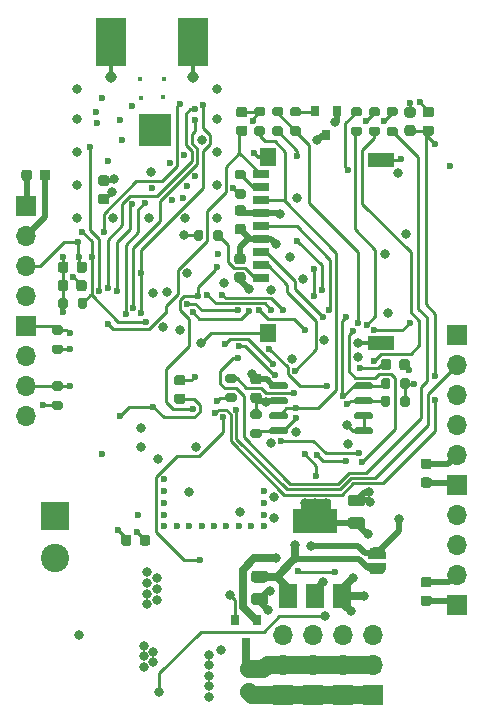
<source format=gbr>
G04 #@! TF.GenerationSoftware,KiCad,Pcbnew,(5.1.7)-1*
G04 #@! TF.CreationDate,2021-03-01T18:39:25+01:00*
G04 #@! TF.ProjectId,Zeggreus,5a656767-7265-4757-932e-6b696361645f,rev?*
G04 #@! TF.SameCoordinates,Original*
G04 #@! TF.FileFunction,Copper,L4,Bot*
G04 #@! TF.FilePolarity,Positive*
%FSLAX46Y46*%
G04 Gerber Fmt 4.6, Leading zero omitted, Abs format (unit mm)*
G04 Created by KiCad (PCBNEW (5.1.7)-1) date 2021-03-01 18:39:25*
%MOMM*%
%LPD*%
G01*
G04 APERTURE LIST*
G04 #@! TA.AperFunction,SMDPad,CuDef*
%ADD10C,0.100000*%
G04 #@! TD*
G04 #@! TA.AperFunction,ComponentPad*
%ADD11O,1.700000X1.700000*%
G04 #@! TD*
G04 #@! TA.AperFunction,ComponentPad*
%ADD12R,1.700000X1.700000*%
G04 #@! TD*
G04 #@! TA.AperFunction,ComponentPad*
%ADD13C,2.400000*%
G04 #@! TD*
G04 #@! TA.AperFunction,ComponentPad*
%ADD14R,2.400000X2.400000*%
G04 #@! TD*
G04 #@! TA.AperFunction,SMDPad,CuDef*
%ADD15R,0.460000X0.890000*%
G04 #@! TD*
G04 #@! TA.AperFunction,ComponentPad*
%ADD16C,0.970000*%
G04 #@! TD*
G04 #@! TA.AperFunction,SMDPad,CuDef*
%ADD17R,2.665000X4.190000*%
G04 #@! TD*
G04 #@! TA.AperFunction,SMDPad,CuDef*
%ADD18R,0.800000X0.900000*%
G04 #@! TD*
G04 #@! TA.AperFunction,SMDPad,CuDef*
%ADD19R,2.700000X2.700000*%
G04 #@! TD*
G04 #@! TA.AperFunction,ComponentPad*
%ADD20C,0.500000*%
G04 #@! TD*
G04 #@! TA.AperFunction,SMDPad,CuDef*
%ADD21R,1.400000X0.700000*%
G04 #@! TD*
G04 #@! TA.AperFunction,SMDPad,CuDef*
%ADD22R,1.400000X1.600000*%
G04 #@! TD*
G04 #@! TA.AperFunction,SMDPad,CuDef*
%ADD23R,2.200000X1.200000*%
G04 #@! TD*
G04 #@! TA.AperFunction,SMDPad,CuDef*
%ADD24R,3.800000X2.000000*%
G04 #@! TD*
G04 #@! TA.AperFunction,SMDPad,CuDef*
%ADD25R,1.500000X2.000000*%
G04 #@! TD*
G04 #@! TA.AperFunction,ViaPad*
%ADD26C,0.800000*%
G04 #@! TD*
G04 #@! TA.AperFunction,ViaPad*
%ADD27C,0.600000*%
G04 #@! TD*
G04 #@! TA.AperFunction,ViaPad*
%ADD28C,0.450000*%
G04 #@! TD*
G04 #@! TA.AperFunction,Conductor*
%ADD29C,0.500000*%
G04 #@! TD*
G04 #@! TA.AperFunction,Conductor*
%ADD30C,1.000000*%
G04 #@! TD*
G04 #@! TA.AperFunction,Conductor*
%ADD31C,0.250000*%
G04 #@! TD*
G04 #@! TA.AperFunction,Conductor*
%ADD32C,1.500000*%
G04 #@! TD*
G04 #@! TA.AperFunction,Conductor*
%ADD33C,0.700000*%
G04 #@! TD*
G04 #@! TA.AperFunction,Conductor*
%ADD34C,0.300000*%
G04 #@! TD*
G04 #@! TA.AperFunction,Conductor*
%ADD35C,0.230000*%
G04 #@! TD*
G04 #@! TA.AperFunction,Conductor*
%ADD36C,0.400000*%
G04 #@! TD*
G04 #@! TA.AperFunction,Conductor*
%ADD37C,0.254000*%
G04 #@! TD*
G04 #@! TA.AperFunction,Conductor*
%ADD38C,0.100000*%
G04 #@! TD*
G04 APERTURE END LIST*
G04 #@! TA.AperFunction,SMDPad,CuDef*
D10*
G36*
X159000000Y-104350000D02*
G01*
X159000000Y-103850000D01*
X159000602Y-103850000D01*
X159000602Y-103825466D01*
X159005412Y-103776635D01*
X159014984Y-103728510D01*
X159029228Y-103681555D01*
X159048005Y-103636222D01*
X159071136Y-103592949D01*
X159098396Y-103552150D01*
X159129524Y-103514221D01*
X159164221Y-103479524D01*
X159202150Y-103448396D01*
X159242949Y-103421136D01*
X159286222Y-103398005D01*
X159331555Y-103379228D01*
X159378510Y-103364984D01*
X159426635Y-103355412D01*
X159475466Y-103350602D01*
X159500000Y-103350602D01*
X159500000Y-103350000D01*
X160000000Y-103350000D01*
X160000000Y-103350602D01*
X160024534Y-103350602D01*
X160073365Y-103355412D01*
X160121490Y-103364984D01*
X160168445Y-103379228D01*
X160213778Y-103398005D01*
X160257051Y-103421136D01*
X160297850Y-103448396D01*
X160335779Y-103479524D01*
X160370476Y-103514221D01*
X160401604Y-103552150D01*
X160428864Y-103592949D01*
X160451995Y-103636222D01*
X160470772Y-103681555D01*
X160485016Y-103728510D01*
X160494588Y-103776635D01*
X160499398Y-103825466D01*
X160499398Y-103850000D01*
X160500000Y-103850000D01*
X160500000Y-104350000D01*
X159000000Y-104350000D01*
G37*
G04 #@! TD.AperFunction*
G04 #@! TA.AperFunction,SMDPad,CuDef*
G36*
X160499398Y-105150000D02*
G01*
X160499398Y-105174534D01*
X160494588Y-105223365D01*
X160485016Y-105271490D01*
X160470772Y-105318445D01*
X160451995Y-105363778D01*
X160428864Y-105407051D01*
X160401604Y-105447850D01*
X160370476Y-105485779D01*
X160335779Y-105520476D01*
X160297850Y-105551604D01*
X160257051Y-105578864D01*
X160213778Y-105601995D01*
X160168445Y-105620772D01*
X160121490Y-105635016D01*
X160073365Y-105644588D01*
X160024534Y-105649398D01*
X160000000Y-105649398D01*
X160000000Y-105650000D01*
X159500000Y-105650000D01*
X159500000Y-105649398D01*
X159475466Y-105649398D01*
X159426635Y-105644588D01*
X159378510Y-105635016D01*
X159331555Y-105620772D01*
X159286222Y-105601995D01*
X159242949Y-105578864D01*
X159202150Y-105551604D01*
X159164221Y-105520476D01*
X159129524Y-105485779D01*
X159098396Y-105447850D01*
X159071136Y-105407051D01*
X159048005Y-105363778D01*
X159029228Y-105318445D01*
X159014984Y-105271490D01*
X159005412Y-105223365D01*
X159000602Y-105174534D01*
X159000602Y-105150000D01*
X159000000Y-105150000D01*
X159000000Y-104650000D01*
X160500000Y-104650000D01*
X160500000Y-105150000D01*
X160499398Y-105150000D01*
G37*
G04 #@! TD.AperFunction*
G04 #@! TA.AperFunction,SMDPad,CuDef*
G36*
G01*
X132425000Y-90950000D02*
X132975000Y-90950000D01*
G75*
G02*
X133175000Y-91150000I0J-200000D01*
G01*
X133175000Y-91550000D01*
G75*
G02*
X132975000Y-91750000I-200000J0D01*
G01*
X132425000Y-91750000D01*
G75*
G02*
X132225000Y-91550000I0J200000D01*
G01*
X132225000Y-91150000D01*
G75*
G02*
X132425000Y-90950000I200000J0D01*
G01*
G37*
G04 #@! TD.AperFunction*
G04 #@! TA.AperFunction,SMDPad,CuDef*
G36*
G01*
X132425000Y-89300000D02*
X132975000Y-89300000D01*
G75*
G02*
X133175000Y-89500000I0J-200000D01*
G01*
X133175000Y-89900000D01*
G75*
G02*
X132975000Y-90100000I-200000J0D01*
G01*
X132425000Y-90100000D01*
G75*
G02*
X132225000Y-89900000I0J200000D01*
G01*
X132225000Y-89500000D01*
G75*
G02*
X132425000Y-89300000I200000J0D01*
G01*
G37*
G04 #@! TD.AperFunction*
D11*
X130050000Y-92260000D03*
X130050000Y-89720000D03*
X130050000Y-87180000D03*
D12*
X130050000Y-84640000D03*
G04 #@! TA.AperFunction,SMDPad,CuDef*
G36*
G01*
X132425000Y-86200000D02*
X132975000Y-86200000D01*
G75*
G02*
X133175000Y-86400000I0J-200000D01*
G01*
X133175000Y-86800000D01*
G75*
G02*
X132975000Y-87000000I-200000J0D01*
G01*
X132425000Y-87000000D01*
G75*
G02*
X132225000Y-86800000I0J200000D01*
G01*
X132225000Y-86400000D01*
G75*
G02*
X132425000Y-86200000I200000J0D01*
G01*
G37*
G04 #@! TD.AperFunction*
G04 #@! TA.AperFunction,SMDPad,CuDef*
G36*
G01*
X132425000Y-84550000D02*
X132975000Y-84550000D01*
G75*
G02*
X133175000Y-84750000I0J-200000D01*
G01*
X133175000Y-85150000D01*
G75*
G02*
X132975000Y-85350000I-200000J0D01*
G01*
X132425000Y-85350000D01*
G75*
G02*
X132225000Y-85150000I0J200000D01*
G01*
X132225000Y-84750000D01*
G75*
G02*
X132425000Y-84550000I200000J0D01*
G01*
G37*
G04 #@! TD.AperFunction*
D13*
X132500000Y-104250000D03*
D14*
X132500000Y-100750000D03*
G04 #@! TA.AperFunction,SMDPad,CuDef*
G36*
G01*
X152575000Y-67725000D02*
X153125000Y-67725000D01*
G75*
G02*
X153325000Y-67925000I0J-200000D01*
G01*
X153325000Y-68325000D01*
G75*
G02*
X153125000Y-68525000I-200000J0D01*
G01*
X152575000Y-68525000D01*
G75*
G02*
X152375000Y-68325000I0J200000D01*
G01*
X152375000Y-67925000D01*
G75*
G02*
X152575000Y-67725000I200000J0D01*
G01*
G37*
G04 #@! TD.AperFunction*
G04 #@! TA.AperFunction,SMDPad,CuDef*
G36*
G01*
X152575000Y-66075000D02*
X153125000Y-66075000D01*
G75*
G02*
X153325000Y-66275000I0J-200000D01*
G01*
X153325000Y-66675000D01*
G75*
G02*
X153125000Y-66875000I-200000J0D01*
G01*
X152575000Y-66875000D01*
G75*
G02*
X152375000Y-66675000I0J200000D01*
G01*
X152375000Y-66275000D01*
G75*
G02*
X152575000Y-66075000I200000J0D01*
G01*
G37*
G04 #@! TD.AperFunction*
D12*
X166516000Y-85392000D03*
G04 #@! TA.AperFunction,SMDPad,CuDef*
G36*
G01*
X131200000Y-72100000D02*
X131200000Y-71600000D01*
G75*
G02*
X131425000Y-71375000I225000J0D01*
G01*
X131875000Y-71375000D01*
G75*
G02*
X132100000Y-71600000I0J-225000D01*
G01*
X132100000Y-72100000D01*
G75*
G02*
X131875000Y-72325000I-225000J0D01*
G01*
X131425000Y-72325000D01*
G75*
G02*
X131200000Y-72100000I0J225000D01*
G01*
G37*
G04 #@! TD.AperFunction*
G04 #@! TA.AperFunction,SMDPad,CuDef*
G36*
G01*
X129650000Y-72100000D02*
X129650000Y-71600000D01*
G75*
G02*
X129875000Y-71375000I225000J0D01*
G01*
X130325000Y-71375000D01*
G75*
G02*
X130550000Y-71600000I0J-225000D01*
G01*
X130550000Y-72100000D01*
G75*
G02*
X130325000Y-72325000I-225000J0D01*
G01*
X129875000Y-72325000D01*
G75*
G02*
X129650000Y-72100000I0J225000D01*
G01*
G37*
G04 #@! TD.AperFunction*
G04 #@! TA.AperFunction,SMDPad,CuDef*
G36*
G01*
X162300000Y-67625000D02*
X162800000Y-67625000D01*
G75*
G02*
X163025000Y-67850000I0J-225000D01*
G01*
X163025000Y-68300000D01*
G75*
G02*
X162800000Y-68525000I-225000J0D01*
G01*
X162300000Y-68525000D01*
G75*
G02*
X162075000Y-68300000I0J225000D01*
G01*
X162075000Y-67850000D01*
G75*
G02*
X162300000Y-67625000I225000J0D01*
G01*
G37*
G04 #@! TD.AperFunction*
G04 #@! TA.AperFunction,SMDPad,CuDef*
G36*
G01*
X162300000Y-66075000D02*
X162800000Y-66075000D01*
G75*
G02*
X163025000Y-66300000I0J-225000D01*
G01*
X163025000Y-66750000D01*
G75*
G02*
X162800000Y-66975000I-225000J0D01*
G01*
X162300000Y-66975000D01*
G75*
G02*
X162075000Y-66750000I0J225000D01*
G01*
X162075000Y-66300000D01*
G75*
G02*
X162300000Y-66075000I225000J0D01*
G01*
G37*
G04 #@! TD.AperFunction*
D15*
X144180136Y-63082000D03*
D16*
X144180136Y-63527000D03*
D17*
X137195136Y-60542000D03*
X144180136Y-60542000D03*
D16*
X137195136Y-63527000D03*
D15*
X137195136Y-63082000D03*
D11*
X130050000Y-82100000D03*
X130050000Y-79560000D03*
X130050000Y-77020000D03*
D12*
X130050000Y-74480000D03*
G04 #@! TA.AperFunction,SMDPad,CuDef*
G36*
G01*
X136866000Y-72767000D02*
X136366000Y-72767000D01*
G75*
G02*
X136141000Y-72542000I0J225000D01*
G01*
X136141000Y-72092000D01*
G75*
G02*
X136366000Y-71867000I225000J0D01*
G01*
X136866000Y-71867000D01*
G75*
G02*
X137091000Y-72092000I0J-225000D01*
G01*
X137091000Y-72542000D01*
G75*
G02*
X136866000Y-72767000I-225000J0D01*
G01*
G37*
G04 #@! TD.AperFunction*
G04 #@! TA.AperFunction,SMDPad,CuDef*
G36*
G01*
X136866000Y-74317000D02*
X136366000Y-74317000D01*
G75*
G02*
X136141000Y-74092000I0J225000D01*
G01*
X136141000Y-73642000D01*
G75*
G02*
X136366000Y-73417000I225000J0D01*
G01*
X136866000Y-73417000D01*
G75*
G02*
X137091000Y-73642000I0J-225000D01*
G01*
X137091000Y-74092000D01*
G75*
G02*
X136866000Y-74317000I-225000J0D01*
G01*
G37*
G04 #@! TD.AperFunction*
G04 #@! TA.AperFunction,SMDPad,CuDef*
G36*
G01*
X133575000Y-82425000D02*
X133575000Y-82975000D01*
G75*
G02*
X133375000Y-83175000I-200000J0D01*
G01*
X132975000Y-83175000D01*
G75*
G02*
X132775000Y-82975000I0J200000D01*
G01*
X132775000Y-82425000D01*
G75*
G02*
X132975000Y-82225000I200000J0D01*
G01*
X133375000Y-82225000D01*
G75*
G02*
X133575000Y-82425000I0J-200000D01*
G01*
G37*
G04 #@! TD.AperFunction*
G04 #@! TA.AperFunction,SMDPad,CuDef*
G36*
G01*
X135225000Y-82425000D02*
X135225000Y-82975000D01*
G75*
G02*
X135025000Y-83175000I-200000J0D01*
G01*
X134625000Y-83175000D01*
G75*
G02*
X134425000Y-82975000I0J200000D01*
G01*
X134425000Y-82425000D01*
G75*
G02*
X134625000Y-82225000I200000J0D01*
G01*
X135025000Y-82225000D01*
G75*
G02*
X135225000Y-82425000I0J-200000D01*
G01*
G37*
G04 #@! TD.AperFunction*
G04 #@! TA.AperFunction,SMDPad,CuDef*
G36*
G01*
X151625000Y-66875000D02*
X151075000Y-66875000D01*
G75*
G02*
X150875000Y-66675000I0J200000D01*
G01*
X150875000Y-66275000D01*
G75*
G02*
X151075000Y-66075000I200000J0D01*
G01*
X151625000Y-66075000D01*
G75*
G02*
X151825000Y-66275000I0J-200000D01*
G01*
X151825000Y-66675000D01*
G75*
G02*
X151625000Y-66875000I-200000J0D01*
G01*
G37*
G04 #@! TD.AperFunction*
G04 #@! TA.AperFunction,SMDPad,CuDef*
G36*
G01*
X151625000Y-68525000D02*
X151075000Y-68525000D01*
G75*
G02*
X150875000Y-68325000I0J200000D01*
G01*
X150875000Y-67925000D01*
G75*
G02*
X151075000Y-67725000I200000J0D01*
G01*
X151625000Y-67725000D01*
G75*
G02*
X151825000Y-67925000I0J-200000D01*
G01*
X151825000Y-68325000D01*
G75*
G02*
X151625000Y-68525000I-200000J0D01*
G01*
G37*
G04 #@! TD.AperFunction*
D18*
X148666000Y-111492000D03*
X149616000Y-109492000D03*
X147716000Y-109492000D03*
G04 #@! TA.AperFunction,SMDPad,CuDef*
G36*
G01*
X150291000Y-106342000D02*
X149341000Y-106342000D01*
G75*
G02*
X149091000Y-106092000I0J250000D01*
G01*
X149091000Y-105592000D01*
G75*
G02*
X149341000Y-105342000I250000J0D01*
G01*
X150291000Y-105342000D01*
G75*
G02*
X150541000Y-105592000I0J-250000D01*
G01*
X150541000Y-106092000D01*
G75*
G02*
X150291000Y-106342000I-250000J0D01*
G01*
G37*
G04 #@! TD.AperFunction*
G04 #@! TA.AperFunction,SMDPad,CuDef*
G36*
G01*
X150291000Y-108242000D02*
X149341000Y-108242000D01*
G75*
G02*
X149091000Y-107992000I0J250000D01*
G01*
X149091000Y-107492000D01*
G75*
G02*
X149341000Y-107242000I250000J0D01*
G01*
X150291000Y-107242000D01*
G75*
G02*
X150541000Y-107492000I0J-250000D01*
G01*
X150541000Y-107992000D01*
G75*
G02*
X150291000Y-108242000I-250000J0D01*
G01*
G37*
G04 #@! TD.AperFunction*
G04 #@! TA.AperFunction,SMDPad,CuDef*
G36*
G01*
X145900000Y-77225000D02*
X145900000Y-76675000D01*
G75*
G02*
X146100000Y-76475000I200000J0D01*
G01*
X146500000Y-76475000D01*
G75*
G02*
X146700000Y-76675000I0J-200000D01*
G01*
X146700000Y-77225000D01*
G75*
G02*
X146500000Y-77425000I-200000J0D01*
G01*
X146100000Y-77425000D01*
G75*
G02*
X145900000Y-77225000I0J200000D01*
G01*
G37*
G04 #@! TD.AperFunction*
G04 #@! TA.AperFunction,SMDPad,CuDef*
G36*
G01*
X144250000Y-77225000D02*
X144250000Y-76675000D01*
G75*
G02*
X144450000Y-76475000I200000J0D01*
G01*
X144850000Y-76475000D01*
G75*
G02*
X145050000Y-76675000I0J-200000D01*
G01*
X145050000Y-77225000D01*
G75*
G02*
X144850000Y-77425000I-200000J0D01*
G01*
X144450000Y-77425000D01*
G75*
G02*
X144250000Y-77225000I0J200000D01*
G01*
G37*
G04 #@! TD.AperFunction*
G04 #@! TA.AperFunction,SMDPad,CuDef*
G36*
G01*
X147891000Y-73042000D02*
X148441000Y-73042000D01*
G75*
G02*
X148641000Y-73242000I0J-200000D01*
G01*
X148641000Y-73642000D01*
G75*
G02*
X148441000Y-73842000I-200000J0D01*
G01*
X147891000Y-73842000D01*
G75*
G02*
X147691000Y-73642000I0J200000D01*
G01*
X147691000Y-73242000D01*
G75*
G02*
X147891000Y-73042000I200000J0D01*
G01*
G37*
G04 #@! TD.AperFunction*
G04 #@! TA.AperFunction,SMDPad,CuDef*
G36*
G01*
X147891000Y-71392000D02*
X148441000Y-71392000D01*
G75*
G02*
X148641000Y-71592000I0J-200000D01*
G01*
X148641000Y-71992000D01*
G75*
G02*
X148441000Y-72192000I-200000J0D01*
G01*
X147891000Y-72192000D01*
G75*
G02*
X147691000Y-71992000I0J200000D01*
G01*
X147691000Y-71592000D01*
G75*
G02*
X147891000Y-71392000I200000J0D01*
G01*
G37*
G04 #@! TD.AperFunction*
G04 #@! TA.AperFunction,SMDPad,CuDef*
G36*
G01*
X147675000Y-89450000D02*
X147125000Y-89450000D01*
G75*
G02*
X146925000Y-89250000I0J200000D01*
G01*
X146925000Y-88850000D01*
G75*
G02*
X147125000Y-88650000I200000J0D01*
G01*
X147675000Y-88650000D01*
G75*
G02*
X147875000Y-88850000I0J-200000D01*
G01*
X147875000Y-89250000D01*
G75*
G02*
X147675000Y-89450000I-200000J0D01*
G01*
G37*
G04 #@! TD.AperFunction*
G04 #@! TA.AperFunction,SMDPad,CuDef*
G36*
G01*
X147675000Y-91100000D02*
X147125000Y-91100000D01*
G75*
G02*
X146925000Y-90900000I0J200000D01*
G01*
X146925000Y-90500000D01*
G75*
G02*
X147125000Y-90300000I200000J0D01*
G01*
X147675000Y-90300000D01*
G75*
G02*
X147875000Y-90500000I0J-200000D01*
G01*
X147875000Y-90900000D01*
G75*
G02*
X147675000Y-91100000I-200000J0D01*
G01*
G37*
G04 #@! TD.AperFunction*
G04 #@! TA.AperFunction,SMDPad,CuDef*
G36*
G01*
X150100000Y-66875000D02*
X149550000Y-66875000D01*
G75*
G02*
X149350000Y-66675000I0J200000D01*
G01*
X149350000Y-66275000D01*
G75*
G02*
X149550000Y-66075000I200000J0D01*
G01*
X150100000Y-66075000D01*
G75*
G02*
X150300000Y-66275000I0J-200000D01*
G01*
X150300000Y-66675000D01*
G75*
G02*
X150100000Y-66875000I-200000J0D01*
G01*
G37*
G04 #@! TD.AperFunction*
G04 #@! TA.AperFunction,SMDPad,CuDef*
G36*
G01*
X150100000Y-68525000D02*
X149550000Y-68525000D01*
G75*
G02*
X149350000Y-68325000I0J200000D01*
G01*
X149350000Y-67925000D01*
G75*
G02*
X149550000Y-67725000I200000J0D01*
G01*
X150100000Y-67725000D01*
G75*
G02*
X150300000Y-67925000I0J-200000D01*
G01*
X150300000Y-68325000D01*
G75*
G02*
X150100000Y-68525000I-200000J0D01*
G01*
G37*
G04 #@! TD.AperFunction*
G04 #@! TA.AperFunction,SMDPad,CuDef*
G36*
G01*
X160891000Y-89217000D02*
X160891000Y-89767000D01*
G75*
G02*
X160691000Y-89967000I-200000J0D01*
G01*
X160291000Y-89967000D01*
G75*
G02*
X160091000Y-89767000I0J200000D01*
G01*
X160091000Y-89217000D01*
G75*
G02*
X160291000Y-89017000I200000J0D01*
G01*
X160691000Y-89017000D01*
G75*
G02*
X160891000Y-89217000I0J-200000D01*
G01*
G37*
G04 #@! TD.AperFunction*
G04 #@! TA.AperFunction,SMDPad,CuDef*
G36*
G01*
X162541000Y-89217000D02*
X162541000Y-89767000D01*
G75*
G02*
X162341000Y-89967000I-200000J0D01*
G01*
X161941000Y-89967000D01*
G75*
G02*
X161741000Y-89767000I0J200000D01*
G01*
X161741000Y-89217000D01*
G75*
G02*
X161941000Y-89017000I200000J0D01*
G01*
X162341000Y-89017000D01*
G75*
G02*
X162541000Y-89217000I0J-200000D01*
G01*
G37*
G04 #@! TD.AperFunction*
G04 #@! TA.AperFunction,SMDPad,CuDef*
G36*
G01*
X160891000Y-90717000D02*
X160891000Y-91267000D01*
G75*
G02*
X160691000Y-91467000I-200000J0D01*
G01*
X160291000Y-91467000D01*
G75*
G02*
X160091000Y-91267000I0J200000D01*
G01*
X160091000Y-90717000D01*
G75*
G02*
X160291000Y-90517000I200000J0D01*
G01*
X160691000Y-90517000D01*
G75*
G02*
X160891000Y-90717000I0J-200000D01*
G01*
G37*
G04 #@! TD.AperFunction*
G04 #@! TA.AperFunction,SMDPad,CuDef*
G36*
G01*
X162541000Y-90717000D02*
X162541000Y-91267000D01*
G75*
G02*
X162341000Y-91467000I-200000J0D01*
G01*
X161941000Y-91467000D01*
G75*
G02*
X161741000Y-91267000I0J200000D01*
G01*
X161741000Y-90717000D01*
G75*
G02*
X161941000Y-90517000I200000J0D01*
G01*
X162341000Y-90517000D01*
G75*
G02*
X162541000Y-90717000I0J-200000D01*
G01*
G37*
G04 #@! TD.AperFunction*
G04 #@! TA.AperFunction,SMDPad,CuDef*
G36*
G01*
X149791000Y-94142000D02*
X149241000Y-94142000D01*
G75*
G02*
X149041000Y-93942000I0J200000D01*
G01*
X149041000Y-93542000D01*
G75*
G02*
X149241000Y-93342000I200000J0D01*
G01*
X149791000Y-93342000D01*
G75*
G02*
X149991000Y-93542000I0J-200000D01*
G01*
X149991000Y-93942000D01*
G75*
G02*
X149791000Y-94142000I-200000J0D01*
G01*
G37*
G04 #@! TD.AperFunction*
G04 #@! TA.AperFunction,SMDPad,CuDef*
G36*
G01*
X149791000Y-92492000D02*
X149241000Y-92492000D01*
G75*
G02*
X149041000Y-92292000I0J200000D01*
G01*
X149041000Y-91892000D01*
G75*
G02*
X149241000Y-91692000I200000J0D01*
G01*
X149791000Y-91692000D01*
G75*
G02*
X149991000Y-91892000I0J-200000D01*
G01*
X149991000Y-92292000D01*
G75*
G02*
X149791000Y-92492000I-200000J0D01*
G01*
G37*
G04 #@! TD.AperFunction*
D19*
X140936000Y-68022000D03*
D20*
X142036000Y-69122000D03*
X140936000Y-69122000D03*
X139836000Y-69122000D03*
X142036000Y-68022000D03*
X140936000Y-68022000D03*
X139836000Y-68022000D03*
X142036000Y-66922000D03*
X140936000Y-66922000D03*
X139836000Y-66922000D03*
D11*
X166516000Y-100592000D03*
X166516000Y-103132000D03*
X166516000Y-105672000D03*
D12*
X166516000Y-108212000D03*
D11*
X166516000Y-87932000D03*
X166516000Y-90472000D03*
X166516000Y-93012000D03*
X166516000Y-95552000D03*
D12*
X166516000Y-98092000D03*
G04 #@! TA.AperFunction,SMDPad,CuDef*
G36*
G01*
X148441000Y-115092000D02*
X149391000Y-115092000D01*
G75*
G02*
X149641000Y-115342000I0J-250000D01*
G01*
X149641000Y-115842000D01*
G75*
G02*
X149391000Y-116092000I-250000J0D01*
G01*
X148441000Y-116092000D01*
G75*
G02*
X148191000Y-115842000I0J250000D01*
G01*
X148191000Y-115342000D01*
G75*
G02*
X148441000Y-115092000I250000J0D01*
G01*
G37*
G04 #@! TD.AperFunction*
G04 #@! TA.AperFunction,SMDPad,CuDef*
G36*
G01*
X148441000Y-113192000D02*
X149391000Y-113192000D01*
G75*
G02*
X149641000Y-113442000I0J-250000D01*
G01*
X149641000Y-113942000D01*
G75*
G02*
X149391000Y-114192000I-250000J0D01*
G01*
X148441000Y-114192000D01*
G75*
G02*
X148191000Y-113942000I0J250000D01*
G01*
X148191000Y-113442000D01*
G75*
G02*
X148441000Y-113192000I250000J0D01*
G01*
G37*
G04 #@! TD.AperFunction*
G04 #@! TA.AperFunction,SMDPad,CuDef*
G36*
G01*
X158491000Y-99892000D02*
X157541000Y-99892000D01*
G75*
G02*
X157291000Y-99642000I0J250000D01*
G01*
X157291000Y-99142000D01*
G75*
G02*
X157541000Y-98892000I250000J0D01*
G01*
X158491000Y-98892000D01*
G75*
G02*
X158741000Y-99142000I0J-250000D01*
G01*
X158741000Y-99642000D01*
G75*
G02*
X158491000Y-99892000I-250000J0D01*
G01*
G37*
G04 #@! TD.AperFunction*
G04 #@! TA.AperFunction,SMDPad,CuDef*
G36*
G01*
X158491000Y-101792000D02*
X157541000Y-101792000D01*
G75*
G02*
X157291000Y-101542000I0J250000D01*
G01*
X157291000Y-101042000D01*
G75*
G02*
X157541000Y-100792000I250000J0D01*
G01*
X158491000Y-100792000D01*
G75*
G02*
X158741000Y-101042000I0J-250000D01*
G01*
X158741000Y-101542000D01*
G75*
G02*
X158491000Y-101792000I-250000J0D01*
G01*
G37*
G04 #@! TD.AperFunction*
G04 #@! TA.AperFunction,SMDPad,CuDef*
G36*
G01*
X157759000Y-67733000D02*
X158309000Y-67733000D01*
G75*
G02*
X158509000Y-67933000I0J-200000D01*
G01*
X158509000Y-68333000D01*
G75*
G02*
X158309000Y-68533000I-200000J0D01*
G01*
X157759000Y-68533000D01*
G75*
G02*
X157559000Y-68333000I0J200000D01*
G01*
X157559000Y-67933000D01*
G75*
G02*
X157759000Y-67733000I200000J0D01*
G01*
G37*
G04 #@! TD.AperFunction*
G04 #@! TA.AperFunction,SMDPad,CuDef*
G36*
G01*
X157759000Y-66083000D02*
X158309000Y-66083000D01*
G75*
G02*
X158509000Y-66283000I0J-200000D01*
G01*
X158509000Y-66683000D01*
G75*
G02*
X158309000Y-66883000I-200000J0D01*
G01*
X157759000Y-66883000D01*
G75*
G02*
X157559000Y-66683000I0J200000D01*
G01*
X157559000Y-66283000D01*
G75*
G02*
X157759000Y-66083000I200000J0D01*
G01*
G37*
G04 #@! TD.AperFunction*
G04 #@! TA.AperFunction,SMDPad,CuDef*
G36*
G01*
X159259000Y-67733000D02*
X159809000Y-67733000D01*
G75*
G02*
X160009000Y-67933000I0J-200000D01*
G01*
X160009000Y-68333000D01*
G75*
G02*
X159809000Y-68533000I-200000J0D01*
G01*
X159259000Y-68533000D01*
G75*
G02*
X159059000Y-68333000I0J200000D01*
G01*
X159059000Y-67933000D01*
G75*
G02*
X159259000Y-67733000I200000J0D01*
G01*
G37*
G04 #@! TD.AperFunction*
G04 #@! TA.AperFunction,SMDPad,CuDef*
G36*
G01*
X159259000Y-66083000D02*
X159809000Y-66083000D01*
G75*
G02*
X160009000Y-66283000I0J-200000D01*
G01*
X160009000Y-66683000D01*
G75*
G02*
X159809000Y-66883000I-200000J0D01*
G01*
X159259000Y-66883000D01*
G75*
G02*
X159059000Y-66683000I0J200000D01*
G01*
X159059000Y-66283000D01*
G75*
G02*
X159259000Y-66083000I200000J0D01*
G01*
G37*
G04 #@! TD.AperFunction*
G04 #@! TA.AperFunction,SMDPad,CuDef*
G36*
G01*
X160759000Y-67733000D02*
X161309000Y-67733000D01*
G75*
G02*
X161509000Y-67933000I0J-200000D01*
G01*
X161509000Y-68333000D01*
G75*
G02*
X161309000Y-68533000I-200000J0D01*
G01*
X160759000Y-68533000D01*
G75*
G02*
X160559000Y-68333000I0J200000D01*
G01*
X160559000Y-67933000D01*
G75*
G02*
X160759000Y-67733000I200000J0D01*
G01*
G37*
G04 #@! TD.AperFunction*
G04 #@! TA.AperFunction,SMDPad,CuDef*
G36*
G01*
X160759000Y-66083000D02*
X161309000Y-66083000D01*
G75*
G02*
X161509000Y-66283000I0J-200000D01*
G01*
X161509000Y-66683000D01*
G75*
G02*
X161309000Y-66883000I-200000J0D01*
G01*
X160759000Y-66883000D01*
G75*
G02*
X160559000Y-66683000I0J200000D01*
G01*
X160559000Y-66283000D01*
G75*
G02*
X160759000Y-66083000I200000J0D01*
G01*
G37*
G04 #@! TD.AperFunction*
D18*
X155450000Y-68450000D03*
X156400000Y-66450000D03*
X154500000Y-66450000D03*
G04 #@! TA.AperFunction,SMDPad,CuDef*
G36*
G01*
X148400000Y-79400000D02*
X147900000Y-79400000D01*
G75*
G02*
X147675000Y-79175000I0J225000D01*
G01*
X147675000Y-78725000D01*
G75*
G02*
X147900000Y-78500000I225000J0D01*
G01*
X148400000Y-78500000D01*
G75*
G02*
X148625000Y-78725000I0J-225000D01*
G01*
X148625000Y-79175000D01*
G75*
G02*
X148400000Y-79400000I-225000J0D01*
G01*
G37*
G04 #@! TD.AperFunction*
G04 #@! TA.AperFunction,SMDPad,CuDef*
G36*
G01*
X148400000Y-80950000D02*
X147900000Y-80950000D01*
G75*
G02*
X147675000Y-80725000I0J225000D01*
G01*
X147675000Y-80275000D01*
G75*
G02*
X147900000Y-80050000I225000J0D01*
G01*
X148400000Y-80050000D01*
G75*
G02*
X148625000Y-80275000I0J-225000D01*
G01*
X148625000Y-80725000D01*
G75*
G02*
X148400000Y-80950000I-225000J0D01*
G01*
G37*
G04 #@! TD.AperFunction*
G04 #@! TA.AperFunction,SMDPad,CuDef*
G36*
G01*
X148556250Y-66950000D02*
X148043750Y-66950000D01*
G75*
G02*
X147825000Y-66731250I0J218750D01*
G01*
X147825000Y-66293750D01*
G75*
G02*
X148043750Y-66075000I218750J0D01*
G01*
X148556250Y-66075000D01*
G75*
G02*
X148775000Y-66293750I0J-218750D01*
G01*
X148775000Y-66731250D01*
G75*
G02*
X148556250Y-66950000I-218750J0D01*
G01*
G37*
G04 #@! TD.AperFunction*
G04 #@! TA.AperFunction,SMDPad,CuDef*
G36*
G01*
X148556250Y-68525000D02*
X148043750Y-68525000D01*
G75*
G02*
X147825000Y-68306250I0J218750D01*
G01*
X147825000Y-67868750D01*
G75*
G02*
X148043750Y-67650000I218750J0D01*
G01*
X148556250Y-67650000D01*
G75*
G02*
X148775000Y-67868750I0J-218750D01*
G01*
X148775000Y-68306250D01*
G75*
G02*
X148556250Y-68525000I-218750J0D01*
G01*
G37*
G04 #@! TD.AperFunction*
D21*
X149916000Y-72892000D03*
X149916000Y-73992000D03*
X149916000Y-75092000D03*
X149916000Y-76192000D03*
X149916000Y-77292000D03*
X149916000Y-78392000D03*
X149916000Y-71792000D03*
X149916000Y-79492000D03*
D22*
X150516000Y-70342000D03*
D23*
X160116000Y-70592000D03*
X160116000Y-86092000D03*
D22*
X150516000Y-85192000D03*
D21*
X149916000Y-80592000D03*
G04 #@! TA.AperFunction,SMDPad,CuDef*
G36*
G01*
X147909750Y-75979500D02*
X148422250Y-75979500D01*
G75*
G02*
X148641000Y-76198250I0J-218750D01*
G01*
X148641000Y-76635750D01*
G75*
G02*
X148422250Y-76854500I-218750J0D01*
G01*
X147909750Y-76854500D01*
G75*
G02*
X147691000Y-76635750I0J218750D01*
G01*
X147691000Y-76198250D01*
G75*
G02*
X147909750Y-75979500I218750J0D01*
G01*
G37*
G04 #@! TD.AperFunction*
G04 #@! TA.AperFunction,SMDPad,CuDef*
G36*
G01*
X147909750Y-74404500D02*
X148422250Y-74404500D01*
G75*
G02*
X148641000Y-74623250I0J-218750D01*
G01*
X148641000Y-75060750D01*
G75*
G02*
X148422250Y-75279500I-218750J0D01*
G01*
X147909750Y-75279500D01*
G75*
G02*
X147691000Y-75060750I0J218750D01*
G01*
X147691000Y-74623250D01*
G75*
G02*
X147909750Y-74404500I218750J0D01*
G01*
G37*
G04 #@! TD.AperFunction*
G04 #@! TA.AperFunction,SMDPad,CuDef*
G36*
G01*
X157816000Y-93647000D02*
X157816000Y-93347000D01*
G75*
G02*
X157966000Y-93197000I150000J0D01*
G01*
X159266000Y-93197000D01*
G75*
G02*
X159416000Y-93347000I0J-150000D01*
G01*
X159416000Y-93647000D01*
G75*
G02*
X159266000Y-93797000I-150000J0D01*
G01*
X157966000Y-93797000D01*
G75*
G02*
X157816000Y-93647000I0J150000D01*
G01*
G37*
G04 #@! TD.AperFunction*
G04 #@! TA.AperFunction,SMDPad,CuDef*
G36*
G01*
X157816000Y-92377000D02*
X157816000Y-92077000D01*
G75*
G02*
X157966000Y-91927000I150000J0D01*
G01*
X159266000Y-91927000D01*
G75*
G02*
X159416000Y-92077000I0J-150000D01*
G01*
X159416000Y-92377000D01*
G75*
G02*
X159266000Y-92527000I-150000J0D01*
G01*
X157966000Y-92527000D01*
G75*
G02*
X157816000Y-92377000I0J150000D01*
G01*
G37*
G04 #@! TD.AperFunction*
G04 #@! TA.AperFunction,SMDPad,CuDef*
G36*
G01*
X157816000Y-91107000D02*
X157816000Y-90807000D01*
G75*
G02*
X157966000Y-90657000I150000J0D01*
G01*
X159266000Y-90657000D01*
G75*
G02*
X159416000Y-90807000I0J-150000D01*
G01*
X159416000Y-91107000D01*
G75*
G02*
X159266000Y-91257000I-150000J0D01*
G01*
X157966000Y-91257000D01*
G75*
G02*
X157816000Y-91107000I0J150000D01*
G01*
G37*
G04 #@! TD.AperFunction*
G04 #@! TA.AperFunction,SMDPad,CuDef*
G36*
G01*
X157816000Y-89837000D02*
X157816000Y-89537000D01*
G75*
G02*
X157966000Y-89387000I150000J0D01*
G01*
X159266000Y-89387000D01*
G75*
G02*
X159416000Y-89537000I0J-150000D01*
G01*
X159416000Y-89837000D01*
G75*
G02*
X159266000Y-89987000I-150000J0D01*
G01*
X157966000Y-89987000D01*
G75*
G02*
X157816000Y-89837000I0J150000D01*
G01*
G37*
G04 #@! TD.AperFunction*
G04 #@! TA.AperFunction,SMDPad,CuDef*
G36*
G01*
X150616000Y-89837000D02*
X150616000Y-89537000D01*
G75*
G02*
X150766000Y-89387000I150000J0D01*
G01*
X152066000Y-89387000D01*
G75*
G02*
X152216000Y-89537000I0J-150000D01*
G01*
X152216000Y-89837000D01*
G75*
G02*
X152066000Y-89987000I-150000J0D01*
G01*
X150766000Y-89987000D01*
G75*
G02*
X150616000Y-89837000I0J150000D01*
G01*
G37*
G04 #@! TD.AperFunction*
G04 #@! TA.AperFunction,SMDPad,CuDef*
G36*
G01*
X150616000Y-91107000D02*
X150616000Y-90807000D01*
G75*
G02*
X150766000Y-90657000I150000J0D01*
G01*
X152066000Y-90657000D01*
G75*
G02*
X152216000Y-90807000I0J-150000D01*
G01*
X152216000Y-91107000D01*
G75*
G02*
X152066000Y-91257000I-150000J0D01*
G01*
X150766000Y-91257000D01*
G75*
G02*
X150616000Y-91107000I0J150000D01*
G01*
G37*
G04 #@! TD.AperFunction*
G04 #@! TA.AperFunction,SMDPad,CuDef*
G36*
G01*
X150616000Y-92377000D02*
X150616000Y-92077000D01*
G75*
G02*
X150766000Y-91927000I150000J0D01*
G01*
X152066000Y-91927000D01*
G75*
G02*
X152216000Y-92077000I0J-150000D01*
G01*
X152216000Y-92377000D01*
G75*
G02*
X152066000Y-92527000I-150000J0D01*
G01*
X150766000Y-92527000D01*
G75*
G02*
X150616000Y-92377000I0J150000D01*
G01*
G37*
G04 #@! TD.AperFunction*
G04 #@! TA.AperFunction,SMDPad,CuDef*
G36*
G01*
X150616000Y-93647000D02*
X150616000Y-93347000D01*
G75*
G02*
X150766000Y-93197000I150000J0D01*
G01*
X152066000Y-93197000D01*
G75*
G02*
X152216000Y-93347000I0J-150000D01*
G01*
X152216000Y-93647000D01*
G75*
G02*
X152066000Y-93797000I-150000J0D01*
G01*
X150766000Y-93797000D01*
G75*
G02*
X150616000Y-93647000I0J150000D01*
G01*
G37*
G04 #@! TD.AperFunction*
G04 #@! TA.AperFunction,SMDPad,CuDef*
G36*
G01*
X161650000Y-88156250D02*
X161650000Y-87643750D01*
G75*
G02*
X161868750Y-87425000I218750J0D01*
G01*
X162306250Y-87425000D01*
G75*
G02*
X162525000Y-87643750I0J-218750D01*
G01*
X162525000Y-88156250D01*
G75*
G02*
X162306250Y-88375000I-218750J0D01*
G01*
X161868750Y-88375000D01*
G75*
G02*
X161650000Y-88156250I0J218750D01*
G01*
G37*
G04 #@! TD.AperFunction*
G04 #@! TA.AperFunction,SMDPad,CuDef*
G36*
G01*
X160075000Y-88156250D02*
X160075000Y-87643750D01*
G75*
G02*
X160293750Y-87425000I218750J0D01*
G01*
X160731250Y-87425000D01*
G75*
G02*
X160950000Y-87643750I0J-218750D01*
G01*
X160950000Y-88156250D01*
G75*
G02*
X160731250Y-88375000I-218750J0D01*
G01*
X160293750Y-88375000D01*
G75*
G02*
X160075000Y-88156250I0J218750D01*
G01*
G37*
G04 #@! TD.AperFunction*
D24*
X154516000Y-101142000D03*
D25*
X154516000Y-107442000D03*
X152216000Y-107442000D03*
X156816000Y-107442000D03*
D11*
X151829000Y-110752000D03*
X151829000Y-113292000D03*
D12*
X151829000Y-115832000D03*
X154369000Y-115832000D03*
D11*
X154369000Y-113292000D03*
X154369000Y-110752000D03*
D12*
X156909000Y-115832000D03*
D11*
X156909000Y-113292000D03*
X156909000Y-110752000D03*
X159449000Y-110752000D03*
X159449000Y-113292000D03*
D12*
X159449000Y-115832000D03*
G04 #@! TA.AperFunction,SMDPad,CuDef*
G36*
G01*
X149259750Y-88679500D02*
X149772250Y-88679500D01*
G75*
G02*
X149991000Y-88898250I0J-218750D01*
G01*
X149991000Y-89335750D01*
G75*
G02*
X149772250Y-89554500I-218750J0D01*
G01*
X149259750Y-89554500D01*
G75*
G02*
X149041000Y-89335750I0J218750D01*
G01*
X149041000Y-88898250D01*
G75*
G02*
X149259750Y-88679500I218750J0D01*
G01*
G37*
G04 #@! TD.AperFunction*
G04 #@! TA.AperFunction,SMDPad,CuDef*
G36*
G01*
X149259750Y-90254500D02*
X149772250Y-90254500D01*
G75*
G02*
X149991000Y-90473250I0J-218750D01*
G01*
X149991000Y-90910750D01*
G75*
G02*
X149772250Y-91129500I-218750J0D01*
G01*
X149259750Y-91129500D01*
G75*
G02*
X149041000Y-90910750I0J218750D01*
G01*
X149041000Y-90473250D01*
G75*
G02*
X149259750Y-90254500I218750J0D01*
G01*
G37*
G04 #@! TD.AperFunction*
G04 #@! TA.AperFunction,SMDPad,CuDef*
G36*
G01*
X164172250Y-108317000D02*
X163659750Y-108317000D01*
G75*
G02*
X163441000Y-108098250I0J218750D01*
G01*
X163441000Y-107660750D01*
G75*
G02*
X163659750Y-107442000I218750J0D01*
G01*
X164172250Y-107442000D01*
G75*
G02*
X164391000Y-107660750I0J-218750D01*
G01*
X164391000Y-108098250D01*
G75*
G02*
X164172250Y-108317000I-218750J0D01*
G01*
G37*
G04 #@! TD.AperFunction*
G04 #@! TA.AperFunction,SMDPad,CuDef*
G36*
G01*
X164172250Y-106742000D02*
X163659750Y-106742000D01*
G75*
G02*
X163441000Y-106523250I0J218750D01*
G01*
X163441000Y-106085750D01*
G75*
G02*
X163659750Y-105867000I218750J0D01*
G01*
X164172250Y-105867000D01*
G75*
G02*
X164391000Y-106085750I0J-218750D01*
G01*
X164391000Y-106523250D01*
G75*
G02*
X164172250Y-106742000I-218750J0D01*
G01*
G37*
G04 #@! TD.AperFunction*
G04 #@! TA.AperFunction,SMDPad,CuDef*
G36*
G01*
X134316000Y-79906250D02*
X134316000Y-79393750D01*
G75*
G02*
X134534750Y-79175000I218750J0D01*
G01*
X134972250Y-79175000D01*
G75*
G02*
X135191000Y-79393750I0J-218750D01*
G01*
X135191000Y-79906250D01*
G75*
G02*
X134972250Y-80125000I-218750J0D01*
G01*
X134534750Y-80125000D01*
G75*
G02*
X134316000Y-79906250I0J218750D01*
G01*
G37*
G04 #@! TD.AperFunction*
G04 #@! TA.AperFunction,SMDPad,CuDef*
G36*
G01*
X132741000Y-79906250D02*
X132741000Y-79393750D01*
G75*
G02*
X132959750Y-79175000I218750J0D01*
G01*
X133397250Y-79175000D01*
G75*
G02*
X133616000Y-79393750I0J-218750D01*
G01*
X133616000Y-79906250D01*
G75*
G02*
X133397250Y-80125000I-218750J0D01*
G01*
X132959750Y-80125000D01*
G75*
G02*
X132741000Y-79906250I0J218750D01*
G01*
G37*
G04 #@! TD.AperFunction*
G04 #@! TA.AperFunction,SMDPad,CuDef*
G36*
G01*
X164356250Y-68525000D02*
X163843750Y-68525000D01*
G75*
G02*
X163625000Y-68306250I0J218750D01*
G01*
X163625000Y-67868750D01*
G75*
G02*
X163843750Y-67650000I218750J0D01*
G01*
X164356250Y-67650000D01*
G75*
G02*
X164575000Y-67868750I0J-218750D01*
G01*
X164575000Y-68306250D01*
G75*
G02*
X164356250Y-68525000I-218750J0D01*
G01*
G37*
G04 #@! TD.AperFunction*
G04 #@! TA.AperFunction,SMDPad,CuDef*
G36*
G01*
X164356250Y-66950000D02*
X163843750Y-66950000D01*
G75*
G02*
X163625000Y-66731250I0J218750D01*
G01*
X163625000Y-66293750D01*
G75*
G02*
X163843750Y-66075000I218750J0D01*
G01*
X164356250Y-66075000D01*
G75*
G02*
X164575000Y-66293750I0J-218750D01*
G01*
X164575000Y-66731250D01*
G75*
G02*
X164356250Y-66950000I-218750J0D01*
G01*
G37*
G04 #@! TD.AperFunction*
G04 #@! TA.AperFunction,SMDPad,CuDef*
G36*
G01*
X142793750Y-90350000D02*
X143306250Y-90350000D01*
G75*
G02*
X143525000Y-90568750I0J-218750D01*
G01*
X143525000Y-91006250D01*
G75*
G02*
X143306250Y-91225000I-218750J0D01*
G01*
X142793750Y-91225000D01*
G75*
G02*
X142575000Y-91006250I0J218750D01*
G01*
X142575000Y-90568750D01*
G75*
G02*
X142793750Y-90350000I218750J0D01*
G01*
G37*
G04 #@! TD.AperFunction*
G04 #@! TA.AperFunction,SMDPad,CuDef*
G36*
G01*
X142793750Y-88775000D02*
X143306250Y-88775000D01*
G75*
G02*
X143525000Y-88993750I0J-218750D01*
G01*
X143525000Y-89431250D01*
G75*
G02*
X143306250Y-89650000I-218750J0D01*
G01*
X142793750Y-89650000D01*
G75*
G02*
X142575000Y-89431250I0J218750D01*
G01*
X142575000Y-88993750D01*
G75*
G02*
X142793750Y-88775000I218750J0D01*
G01*
G37*
G04 #@! TD.AperFunction*
G04 #@! TA.AperFunction,SMDPad,CuDef*
G36*
G01*
X138966000Y-102501750D02*
X138966000Y-103014250D01*
G75*
G02*
X138747250Y-103233000I-218750J0D01*
G01*
X138309750Y-103233000D01*
G75*
G02*
X138091000Y-103014250I0J218750D01*
G01*
X138091000Y-102501750D01*
G75*
G02*
X138309750Y-102283000I218750J0D01*
G01*
X138747250Y-102283000D01*
G75*
G02*
X138966000Y-102501750I0J-218750D01*
G01*
G37*
G04 #@! TD.AperFunction*
G04 #@! TA.AperFunction,SMDPad,CuDef*
G36*
G01*
X140541000Y-102501750D02*
X140541000Y-103014250D01*
G75*
G02*
X140322250Y-103233000I-218750J0D01*
G01*
X139884750Y-103233000D01*
G75*
G02*
X139666000Y-103014250I0J218750D01*
G01*
X139666000Y-102501750D01*
G75*
G02*
X139884750Y-102283000I218750J0D01*
G01*
X140322250Y-102283000D01*
G75*
G02*
X140541000Y-102501750I0J-218750D01*
G01*
G37*
G04 #@! TD.AperFunction*
G04 #@! TA.AperFunction,SMDPad,CuDef*
G36*
G01*
X133600000Y-80943750D02*
X133600000Y-81456250D01*
G75*
G02*
X133381250Y-81675000I-218750J0D01*
G01*
X132943750Y-81675000D01*
G75*
G02*
X132725000Y-81456250I0J218750D01*
G01*
X132725000Y-80943750D01*
G75*
G02*
X132943750Y-80725000I218750J0D01*
G01*
X133381250Y-80725000D01*
G75*
G02*
X133600000Y-80943750I0J-218750D01*
G01*
G37*
G04 #@! TD.AperFunction*
G04 #@! TA.AperFunction,SMDPad,CuDef*
G36*
G01*
X135175000Y-80943750D02*
X135175000Y-81456250D01*
G75*
G02*
X134956250Y-81675000I-218750J0D01*
G01*
X134518750Y-81675000D01*
G75*
G02*
X134300000Y-81456250I0J218750D01*
G01*
X134300000Y-80943750D01*
G75*
G02*
X134518750Y-80725000I218750J0D01*
G01*
X134956250Y-80725000D01*
G75*
G02*
X135175000Y-80943750I0J-218750D01*
G01*
G37*
G04 #@! TD.AperFunction*
G04 #@! TA.AperFunction,SMDPad,CuDef*
G36*
G01*
X164172250Y-98317000D02*
X163659750Y-98317000D01*
G75*
G02*
X163441000Y-98098250I0J218750D01*
G01*
X163441000Y-97660750D01*
G75*
G02*
X163659750Y-97442000I218750J0D01*
G01*
X164172250Y-97442000D01*
G75*
G02*
X164391000Y-97660750I0J-218750D01*
G01*
X164391000Y-98098250D01*
G75*
G02*
X164172250Y-98317000I-218750J0D01*
G01*
G37*
G04 #@! TD.AperFunction*
G04 #@! TA.AperFunction,SMDPad,CuDef*
G36*
G01*
X164172250Y-96742000D02*
X163659750Y-96742000D01*
G75*
G02*
X163441000Y-96523250I0J218750D01*
G01*
X163441000Y-96085750D01*
G75*
G02*
X163659750Y-95867000I218750J0D01*
G01*
X164172250Y-95867000D01*
G75*
G02*
X164391000Y-96085750I0J-218750D01*
G01*
X164391000Y-96523250D01*
G75*
G02*
X164172250Y-96742000I-218750J0D01*
G01*
G37*
G04 #@! TD.AperFunction*
D26*
X146816000Y-80992000D03*
X139753500Y-94892000D03*
X143053500Y-84992000D03*
X152416000Y-78792000D03*
X157216000Y-92992000D03*
X144416000Y-94892000D03*
X137316000Y-73292000D03*
X159016000Y-102192000D03*
D27*
X162866000Y-89492000D03*
D26*
X142000000Y-81766994D03*
D27*
X147555000Y-72900000D03*
D26*
X151200000Y-77700000D03*
X155305010Y-85769250D03*
D27*
X133150000Y-83450000D03*
D26*
X144900000Y-68900000D03*
D27*
X139500000Y-100600004D03*
D26*
X153653500Y-99635021D03*
X155424682Y-99635021D03*
X154523334Y-99635021D03*
X150344990Y-91100000D03*
X161500000Y-71700000D03*
D27*
X146249462Y-90950538D03*
D26*
X143450002Y-76950000D03*
D27*
X133200000Y-78750000D03*
X163400000Y-65700000D03*
D26*
X140600000Y-71600000D03*
D27*
X131499992Y-91300000D03*
D26*
X155216000Y-106305010D03*
X153000000Y-73750000D03*
D27*
X133750000Y-86600000D03*
X136500000Y-95500000D03*
X149250000Y-67250000D03*
X136300000Y-62100000D03*
X136300000Y-59100000D03*
X136300000Y-60600000D03*
X145100000Y-62100000D03*
X145100000Y-60600000D03*
X145100000Y-59100000D03*
D26*
X146166000Y-64592000D03*
X146166000Y-67100000D03*
X146166000Y-72700000D03*
X134320000Y-64570000D03*
X134316000Y-67112000D03*
X134316000Y-72692000D03*
X134316000Y-75450000D03*
X140416000Y-75492000D03*
X146166000Y-69900000D03*
X137400000Y-75492000D03*
X146166000Y-75492000D03*
D27*
X141753500Y-97592000D03*
X141753500Y-101592000D03*
X141753500Y-100592000D03*
X141753500Y-99592000D03*
X141753500Y-98592000D03*
X150153500Y-101592000D03*
X150153500Y-100592000D03*
X150153500Y-99592000D03*
X150153500Y-98592000D03*
D26*
X139753500Y-93292000D03*
X160466000Y-78542000D03*
X145566000Y-112442000D03*
X145566000Y-113342000D03*
X145566000Y-114242000D03*
X145566000Y-116042000D03*
D27*
X149103500Y-101592000D03*
X148053500Y-101592000D03*
X147003500Y-101592000D03*
X145953500Y-101592000D03*
X144903500Y-101592000D03*
X143853500Y-101592000D03*
X142803500Y-101592000D03*
D26*
X140016000Y-113492000D03*
X140016000Y-112592000D03*
X140016000Y-111692000D03*
X140816000Y-112192000D03*
X140816000Y-113092000D03*
X140316000Y-108192000D03*
X140316000Y-107292000D03*
X140316000Y-106392000D03*
X140316000Y-105492000D03*
X145566000Y-115142000D03*
X141116000Y-106892000D03*
X141116000Y-107792000D03*
X141116000Y-105992000D03*
X146516000Y-112092000D03*
X147316000Y-107392000D03*
X158616000Y-107492000D03*
X151053500Y-99092000D03*
X150516000Y-108692000D03*
D27*
X146326824Y-78534986D03*
D26*
X148916006Y-81491994D03*
X157516000Y-108792000D03*
X143870500Y-98675000D03*
X148166761Y-100398550D03*
X134316000Y-69892000D03*
X157316000Y-94592000D03*
X152916000Y-93592000D03*
X150716000Y-107047010D03*
X137516000Y-72192000D03*
X159164518Y-99543482D03*
X150738058Y-94502321D03*
X153491928Y-80678616D03*
X140816000Y-81792000D03*
X141600000Y-84750000D03*
D27*
X143700000Y-72800000D03*
X140700000Y-72979661D03*
X142399996Y-73950000D03*
X144350000Y-71950000D03*
D26*
X144827036Y-86080356D03*
D27*
X144350000Y-88900000D03*
D28*
X141600000Y-65250000D03*
X139800000Y-65300000D03*
X141700000Y-63700000D03*
X139700000Y-63700000D03*
D27*
X136500000Y-65350000D03*
X136000000Y-66500000D03*
X136026699Y-67476699D03*
D26*
X152600000Y-87400000D03*
D27*
X162550000Y-65750000D03*
D26*
X141180603Y-95881985D03*
X149177265Y-88667376D03*
D27*
X162500000Y-88350000D03*
D26*
X158158000Y-86092000D03*
X158125000Y-87275000D03*
D27*
X139450000Y-102100000D03*
D26*
X150750000Y-81550000D03*
X143678317Y-80156534D03*
D27*
X149300000Y-70000000D03*
D26*
X151550000Y-75100000D03*
X160700000Y-83550000D03*
D27*
X161800000Y-70450000D03*
X165900000Y-71100000D03*
D26*
X162216000Y-76792000D03*
X159097157Y-98655010D03*
D27*
X143455010Y-70135933D03*
D26*
X156200000Y-67350000D03*
X151050000Y-100850000D03*
X143500000Y-75492000D03*
D27*
X143321043Y-73771043D03*
X139000000Y-66000000D03*
X138179984Y-68877010D03*
X136980000Y-70629998D03*
D26*
X134500000Y-110750006D03*
X157700000Y-106000000D03*
D27*
X153000000Y-70250000D03*
X140815999Y-91464979D03*
X138000000Y-92250000D03*
D26*
X154650000Y-68850000D03*
D27*
X148066000Y-86334005D03*
X157100000Y-96049998D03*
X151141196Y-88808804D03*
X154685023Y-95564977D03*
X158484193Y-96160193D03*
X157699992Y-85050000D03*
X146886019Y-86149913D03*
X150950012Y-87850000D03*
X154600000Y-97364990D03*
X153650000Y-95500000D03*
X149800000Y-83297000D03*
X153696031Y-84934745D03*
X158134485Y-84350314D03*
X146050000Y-92000000D03*
X164700000Y-90850000D03*
X164700000Y-69200000D03*
X164700009Y-88850009D03*
X152916000Y-92392000D03*
X155692019Y-83244990D03*
X157250657Y-91262935D03*
X155150000Y-83850000D03*
X157100000Y-83900008D03*
X156877807Y-90577807D03*
X152916000Y-91592000D03*
X154408739Y-79808944D03*
X154450000Y-82094386D03*
X155116000Y-81592000D03*
X153012009Y-77387989D03*
X146665009Y-81959328D03*
X151766000Y-83272000D03*
X150816000Y-83242002D03*
X145387000Y-81963000D03*
X158266000Y-95392000D03*
X151641075Y-94331979D03*
X157294990Y-71400000D03*
X146750000Y-92344990D03*
X144750000Y-104450000D03*
X137000000Y-84450000D03*
X143066000Y-65792000D03*
X140200000Y-84250000D03*
X136613057Y-76644990D03*
X134816000Y-76644990D03*
X135595002Y-78745423D03*
X139094075Y-83077886D03*
X144308629Y-67149725D03*
X136950000Y-81400010D03*
X144364739Y-66292060D03*
X139750000Y-83500000D03*
X139750000Y-80100000D03*
X145050740Y-65920818D03*
X160350000Y-67300000D03*
X158850000Y-67300000D03*
X148916000Y-83342000D03*
X144138845Y-83447000D03*
X134055750Y-80444250D03*
X143710204Y-82745401D03*
X147984193Y-83297010D03*
X134423021Y-77539988D03*
X134550000Y-78750000D03*
X150629865Y-86558541D03*
X155550000Y-89700002D03*
X159535005Y-87569989D03*
X148000000Y-87344990D03*
X158900001Y-84500001D03*
X146250000Y-79650000D03*
X144600000Y-82100000D03*
X144143285Y-91651101D03*
X147852401Y-91697877D03*
X137850000Y-101900000D03*
X158324994Y-88174994D03*
X138016000Y-67167000D03*
X142223131Y-70786757D03*
X152800009Y-88394990D03*
X152700000Y-90300000D03*
X140115780Y-74189663D03*
X138460990Y-83644990D03*
X139013193Y-74289193D03*
X137722258Y-81694553D03*
X135416000Y-69492000D03*
X136194990Y-81650000D03*
D26*
X152799101Y-103162000D03*
X151216000Y-104292000D03*
X154136000Y-103212000D03*
X161650000Y-100950000D03*
X141316000Y-115592000D03*
X155316000Y-109192000D03*
D27*
X156200000Y-105424230D03*
X153100006Y-105400000D03*
X159535000Y-85000000D03*
X162550000Y-84350000D03*
X133750000Y-85250000D03*
X133720000Y-89720000D03*
D29*
X153416000Y-101142000D02*
X153428000Y-101142000D01*
D30*
X153476000Y-101082000D02*
X153416000Y-101142000D01*
D29*
X154666000Y-101292000D02*
X154516000Y-101142000D01*
X158016000Y-101292000D02*
X154666000Y-101292000D01*
D31*
X158616000Y-93497000D02*
X158616000Y-92227000D01*
D29*
X149781000Y-90957000D02*
X149516000Y-90692000D01*
D31*
X149516000Y-92092000D02*
X149516000Y-90692000D01*
D29*
X166303500Y-97879500D02*
X166516000Y-98092000D01*
X163916000Y-97879500D02*
X166303500Y-97879500D01*
X166183500Y-107879500D02*
X166516000Y-108212000D01*
X163916000Y-107879500D02*
X166183500Y-107879500D01*
D31*
X136741000Y-73867000D02*
X137316000Y-73292000D01*
X136616000Y-73867000D02*
X136741000Y-73867000D01*
D29*
X151416000Y-90957000D02*
X150131000Y-90957000D01*
X150131000Y-90957000D02*
X149781000Y-90957000D01*
X148791000Y-77292000D02*
X149916000Y-77292000D01*
X149041000Y-77292000D02*
X149916000Y-77292000D01*
X148166000Y-76417000D02*
X149041000Y-77292000D01*
X158916000Y-102192000D02*
X159016000Y-102192000D01*
X158016000Y-101292000D02*
X158916000Y-102192000D01*
D31*
X162141000Y-90992000D02*
X162141000Y-89492000D01*
X157721000Y-93497000D02*
X157216000Y-92992000D01*
X158616000Y-93497000D02*
X157721000Y-93497000D01*
X162141000Y-89492000D02*
X162866000Y-89492000D01*
X148097000Y-73442000D02*
X147555000Y-72900000D01*
X148166000Y-73442000D02*
X148097000Y-73442000D01*
D29*
X150792000Y-77292000D02*
X151200000Y-77700000D01*
X149916000Y-77292000D02*
X150792000Y-77292000D01*
D31*
X133175000Y-83425000D02*
X133150000Y-83450000D01*
X133175000Y-82700000D02*
X133175000Y-83425000D01*
D29*
X154516000Y-99642355D02*
X154523334Y-99635021D01*
X154516000Y-101142000D02*
X154516000Y-99642355D01*
D31*
X150131000Y-90957000D02*
X150201990Y-90957000D01*
X150201990Y-90957000D02*
X150344990Y-91100000D01*
X146500000Y-90700000D02*
X146249462Y-90950538D01*
X147400000Y-90700000D02*
X146500000Y-90700000D01*
D29*
X148150000Y-77933000D02*
X148791000Y-77292000D01*
X148150000Y-78950000D02*
X148150000Y-77933000D01*
D31*
X143450002Y-76950000D02*
X144650000Y-76950000D01*
X133162500Y-82687500D02*
X133175000Y-82700000D01*
X133162500Y-81200000D02*
X133162500Y-82687500D01*
X133162500Y-79666000D02*
X133178500Y-79650000D01*
X133162500Y-81200000D02*
X133162500Y-79666000D01*
X133178500Y-78771500D02*
X133200000Y-78750000D01*
X133178500Y-79650000D02*
X133178500Y-78771500D01*
X164100000Y-66512500D02*
X164100000Y-66400000D01*
X164100000Y-66400000D02*
X163400000Y-65700000D01*
X149787500Y-66512500D02*
X149825000Y-66475000D01*
X148300000Y-66512500D02*
X149787500Y-66512500D01*
D29*
X155424682Y-100233318D02*
X154516000Y-101142000D01*
X155424682Y-99635021D02*
X155424682Y-100233318D01*
X153653500Y-100279500D02*
X154516000Y-101142000D01*
X153653500Y-99635021D02*
X153653500Y-100279500D01*
D31*
X132700000Y-91350000D02*
X131549992Y-91350000D01*
X131549992Y-91350000D02*
X131499992Y-91300000D01*
D29*
X154516000Y-107442000D02*
X154516000Y-107005010D01*
X154516000Y-107005010D02*
X155216000Y-106305010D01*
D31*
X132700000Y-86600000D02*
X133750000Y-86600000D01*
D29*
X130100000Y-71850000D02*
X130100000Y-74430000D01*
X130100000Y-74430000D02*
X130050000Y-74480000D01*
D31*
X149250000Y-67050000D02*
X149250000Y-67250000D01*
X149825000Y-66475000D02*
X149250000Y-67050000D01*
D32*
X151829000Y-115832000D02*
X154369000Y-115832000D01*
X154369000Y-115832000D02*
X156909000Y-115832000D01*
X159449000Y-115832000D02*
X156909000Y-115832000D01*
D31*
X147716000Y-107792000D02*
X147316000Y-107392000D01*
X147716000Y-109492000D02*
X147716000Y-107792000D01*
D33*
X158566000Y-107442000D02*
X158616000Y-107492000D01*
X156816000Y-107442000D02*
X158566000Y-107442000D01*
D29*
X149816000Y-107992000D02*
X150516000Y-108692000D01*
X149816000Y-107742000D02*
X149816000Y-107992000D01*
D33*
X156816000Y-108092000D02*
X157516000Y-108792000D01*
X156816000Y-107442000D02*
X156816000Y-108092000D01*
D29*
X165763500Y-96304500D02*
X166516000Y-95552000D01*
X163916000Y-96304500D02*
X165763500Y-96304500D01*
X165883500Y-106304500D02*
X166516000Y-105672000D01*
X163916000Y-106304500D02*
X165883500Y-106304500D01*
X149816000Y-107742000D02*
X150510990Y-107047010D01*
X150510990Y-107047010D02*
X150716000Y-107047010D01*
D31*
X137391000Y-72317000D02*
X137516000Y-72192000D01*
X136616000Y-72317000D02*
X137391000Y-72317000D01*
D29*
X148416000Y-75092000D02*
X148166000Y-74842000D01*
X149916000Y-75092000D02*
X148416000Y-75092000D01*
X158016000Y-99392000D02*
X159013036Y-99392000D01*
X159013036Y-99392000D02*
X159164518Y-99543482D01*
D31*
X144037500Y-89212500D02*
X144350000Y-88900000D01*
X143050000Y-89212500D02*
X144037500Y-89212500D01*
X162550000Y-66525000D02*
X162550000Y-65750000D01*
D29*
X149533000Y-89100000D02*
X149516000Y-89117000D01*
X150400000Y-89100000D02*
X149533000Y-89100000D01*
X151416000Y-89687000D02*
X150987000Y-89687000D01*
X150987000Y-89687000D02*
X150400000Y-89100000D01*
X149516000Y-89117000D02*
X149516000Y-89006111D01*
X149516000Y-89006111D02*
X149177265Y-88667376D01*
D31*
X162087500Y-87937500D02*
X162500000Y-88350000D01*
X162087500Y-87900000D02*
X162087500Y-87937500D01*
X140103500Y-102753500D02*
X139450000Y-102100000D01*
X140103500Y-102758000D02*
X140103500Y-102753500D01*
D29*
X148150000Y-80725988D02*
X148916006Y-81491994D01*
X148150000Y-80500000D02*
X148150000Y-80725988D01*
D34*
X137223500Y-59742000D02*
X137223500Y-62727000D01*
X144208500Y-59742000D02*
X144208500Y-62727000D01*
X158158000Y-86092000D02*
X160116000Y-86092000D01*
X149642000Y-70342000D02*
X149300000Y-70000000D01*
X150516000Y-70342000D02*
X149642000Y-70342000D01*
D29*
X151542000Y-75092000D02*
X151550000Y-75100000D01*
X149916000Y-75092000D02*
X151542000Y-75092000D01*
D35*
X145715392Y-85192000D02*
X144827036Y-86080356D01*
X150516000Y-85192000D02*
X145715392Y-85192000D01*
D31*
X161658000Y-70592000D02*
X161800000Y-70450000D01*
X160116000Y-70592000D02*
X161658000Y-70592000D01*
D29*
X158752990Y-98655010D02*
X159097157Y-98655010D01*
X158016000Y-99392000D02*
X158752990Y-98655010D01*
X156400000Y-67150000D02*
X156200000Y-67350000D01*
X156400000Y-66450000D02*
X156400000Y-67150000D01*
D32*
X151811000Y-115850000D02*
X151829000Y-115832000D01*
X149174000Y-115850000D02*
X151811000Y-115850000D01*
X148916000Y-115592000D02*
X149174000Y-115850000D01*
D29*
X131650000Y-75420000D02*
X131650000Y-71850000D01*
X130050000Y-77020000D02*
X131650000Y-75420000D01*
D33*
X156816000Y-107442000D02*
X156816000Y-106884000D01*
X156816000Y-106884000D02*
X157700000Y-106000000D01*
D31*
X153000000Y-69775000D02*
X153000000Y-70250000D01*
X151350000Y-68125000D02*
X153000000Y-69775000D01*
D32*
X148916000Y-113692000D02*
X150116000Y-113692000D01*
X150516000Y-113292000D02*
X151829000Y-113292000D01*
X150116000Y-113692000D02*
X150516000Y-113292000D01*
X151829000Y-113292000D02*
X154369000Y-113292000D01*
X154369000Y-113292000D02*
X156909000Y-113292000D01*
X156909000Y-113292000D02*
X159449000Y-113292000D01*
D33*
X148666000Y-113442000D02*
X148916000Y-113692000D01*
X148666000Y-111492000D02*
X148666000Y-113442000D01*
D31*
X144300000Y-92350000D02*
X141701020Y-92350000D01*
X144750000Y-91300000D02*
X144750000Y-91900000D01*
X141701020Y-92350000D02*
X140815999Y-91464979D01*
X144750000Y-91900000D02*
X144300000Y-92350000D01*
X144237500Y-90787500D02*
X144750000Y-91300000D01*
X143050000Y-90787500D02*
X144237500Y-90787500D01*
X138785021Y-91464979D02*
X140815999Y-91464979D01*
X138000000Y-92250000D02*
X138785021Y-91464979D01*
D36*
X155050000Y-68450000D02*
X154650000Y-68850000D01*
X155450000Y-68450000D02*
X155050000Y-68450000D01*
D31*
X151041196Y-88808804D02*
X151141196Y-88808804D01*
X148066000Y-86334005D02*
X148566397Y-86334005D01*
X148566397Y-86334005D02*
X151041196Y-88808804D01*
X157100000Y-96049998D02*
X155170044Y-96049998D01*
X155170044Y-96049998D02*
X154685023Y-95564977D01*
X146886019Y-86149913D02*
X147306937Y-85728995D01*
X148829007Y-85728995D02*
X150950012Y-87850000D01*
X147306937Y-85728995D02*
X148829007Y-85728995D01*
X157369999Y-88469999D02*
X157369999Y-85379993D01*
X157900000Y-89000000D02*
X157369999Y-88469999D01*
X157369999Y-85379993D02*
X157699992Y-85050000D01*
X159594999Y-89000000D02*
X157900000Y-89000000D01*
X159894999Y-88700000D02*
X159594999Y-89000000D01*
X160950000Y-88700000D02*
X159894999Y-88700000D01*
X161300000Y-89050000D02*
X160950000Y-88700000D01*
X161300000Y-93344386D02*
X161300000Y-89050000D01*
X158484193Y-96160193D02*
X161300000Y-93344386D01*
X154600000Y-96450000D02*
X153650000Y-95500000D01*
X154600000Y-97364990D02*
X154600000Y-96450000D01*
X152761286Y-84000000D02*
X153696031Y-84934745D01*
X150503000Y-84000000D02*
X152761286Y-84000000D01*
X149800000Y-83297000D02*
X150503000Y-84000000D01*
X151350000Y-66625000D02*
X152850000Y-68125000D01*
X151350000Y-66475000D02*
X151350000Y-66625000D01*
X154000000Y-69275000D02*
X152850000Y-68125000D01*
X154000000Y-74220000D02*
X154000000Y-69275000D01*
X158134485Y-78354485D02*
X154000000Y-74220000D01*
X158134485Y-84350314D02*
X158134485Y-78354485D01*
X164087500Y-68075000D02*
X164100000Y-68087500D01*
X162550000Y-68075000D02*
X164087500Y-68075000D01*
X164100000Y-68600000D02*
X164700000Y-69200000D01*
X164100000Y-68087500D02*
X164100000Y-68600000D01*
X164700000Y-93500000D02*
X164700000Y-90850000D01*
X160250000Y-97950000D02*
X164700000Y-93500000D01*
X157750000Y-97950000D02*
X160250000Y-97950000D01*
X156800000Y-98900000D02*
X157750000Y-97950000D01*
X147400000Y-94400000D02*
X151900000Y-98900000D01*
X147400000Y-92099588D02*
X147400000Y-94400000D01*
X151900000Y-98900000D02*
X156800000Y-98900000D01*
X147000413Y-91700001D02*
X147400000Y-92099588D01*
X146349999Y-91700001D02*
X147000413Y-91700001D01*
X146050000Y-92000000D02*
X146349999Y-91700001D01*
X164700009Y-83600009D02*
X164700009Y-88850009D01*
X163901012Y-82801012D02*
X164700009Y-83600009D01*
X163901012Y-68286488D02*
X163901012Y-82801012D01*
X164100000Y-68087500D02*
X163901012Y-68286488D01*
X149761000Y-93497000D02*
X149516000Y-93742000D01*
X151416000Y-93497000D02*
X149761000Y-93497000D01*
X151811000Y-93497000D02*
X151416000Y-93497000D01*
X152916000Y-92392000D02*
X151811000Y-93497000D01*
X160456000Y-90957000D02*
X160491000Y-90992000D01*
X158616000Y-90957000D02*
X160456000Y-90957000D01*
X155750000Y-83187009D02*
X155692019Y-83244990D01*
X155750000Y-79000000D02*
X155750000Y-83187009D01*
X152942000Y-76192000D02*
X155750000Y-79000000D01*
X149916000Y-76192000D02*
X152942000Y-76192000D01*
X157556592Y-90957000D02*
X157250657Y-91262935D01*
X158616000Y-90957000D02*
X157556592Y-90957000D01*
X160296000Y-89687000D02*
X160491000Y-89492000D01*
X158616000Y-89687000D02*
X160296000Y-89687000D01*
X152801012Y-80818885D02*
X152801012Y-81501012D01*
X152801012Y-81501012D02*
X155150000Y-83850000D01*
X150374127Y-78392000D02*
X152801012Y-80818885D01*
X149916000Y-78392000D02*
X150374127Y-78392000D01*
X157100000Y-83900008D02*
X156800001Y-84200007D01*
X158616000Y-89687000D02*
X157768614Y-89687000D01*
X156800001Y-84200007D02*
X156800001Y-90500001D01*
X156800001Y-90500001D02*
X156877807Y-90577807D01*
X157768614Y-89687000D02*
X156877807Y-90577807D01*
X152051000Y-91592000D02*
X151416000Y-92227000D01*
X152916000Y-91592000D02*
X152051000Y-91592000D01*
X149916000Y-73992000D02*
X150866000Y-73992000D01*
X156316000Y-90034000D02*
X156316000Y-78416000D01*
X151892000Y-73992000D02*
X149916000Y-73992000D01*
X156316000Y-78416000D02*
X151892000Y-73992000D01*
X154758000Y-91592000D02*
X156316000Y-90034000D01*
X152916000Y-91592000D02*
X154758000Y-91592000D01*
X149825000Y-68525000D02*
X149825000Y-68125000D01*
X151150000Y-69000000D02*
X150300000Y-69000000D01*
X152000000Y-69850000D02*
X151150000Y-69000000D01*
X152000000Y-73850000D02*
X152000000Y-69850000D01*
X151892000Y-73958000D02*
X152000000Y-73850000D01*
X150300000Y-69000000D02*
X149825000Y-68525000D01*
X151892000Y-73992000D02*
X151892000Y-73958000D01*
X154408739Y-79808944D02*
X154408739Y-82053125D01*
X154408739Y-82053125D02*
X154450000Y-82094386D01*
X155116000Y-81592000D02*
X155116000Y-79491980D01*
X155116000Y-79491980D02*
X153012009Y-77387989D01*
X150753327Y-82259327D02*
X151766000Y-83272000D01*
X146665009Y-81965009D02*
X146959327Y-82259327D01*
X146959327Y-82259327D02*
X150753327Y-82259327D01*
X146665009Y-81959328D02*
X146665009Y-81965009D01*
X150265998Y-82692000D02*
X146116000Y-82692000D01*
X146116000Y-82692000D02*
X145387000Y-81963000D01*
X150816000Y-83242002D02*
X150265998Y-82692000D01*
X154347429Y-94331979D02*
X151641075Y-94331979D01*
X155407450Y-95392000D02*
X154347429Y-94331979D01*
X158266000Y-95392000D02*
X155407450Y-95392000D01*
X157080000Y-71185010D02*
X157294990Y-71400000D01*
X157080000Y-67437000D02*
X157080000Y-71185010D01*
X158034000Y-66483000D02*
X157080000Y-67437000D01*
X146750000Y-93600000D02*
X146750000Y-92344990D01*
X146651402Y-93698598D02*
X146750000Y-93600000D01*
X146651402Y-93700000D02*
X146651402Y-93698598D01*
X142800098Y-95650000D02*
X144701402Y-95650000D01*
X141050000Y-97400098D02*
X142800098Y-95650000D01*
X141050000Y-102050000D02*
X141050000Y-97400098D01*
X143450000Y-104450000D02*
X141050000Y-102050000D01*
X144701402Y-95650000D02*
X146651402Y-93700000D01*
X144750000Y-104450000D02*
X143450000Y-104450000D01*
X149916000Y-71791002D02*
X149916000Y-71792000D01*
X148100000Y-69975002D02*
X149916000Y-71791002D01*
X146950000Y-71125002D02*
X148100000Y-69975002D01*
X146950000Y-73300000D02*
X146950000Y-71125002D01*
X145400000Y-74850000D02*
X146950000Y-73300000D01*
X142932368Y-79905447D02*
X145400000Y-77437815D01*
X145400000Y-77437815D02*
X145400000Y-74850000D01*
X141850000Y-83500000D02*
X141850000Y-82960396D01*
X142932368Y-81878028D02*
X142932368Y-79905447D01*
X141845402Y-83500000D02*
X141850000Y-83500000D01*
X140490401Y-84855001D02*
X141845402Y-83500000D01*
X137405001Y-84855001D02*
X140490401Y-84855001D01*
X141850000Y-82960396D02*
X142932368Y-81878028D01*
X137000000Y-84450000D02*
X137405001Y-84855001D01*
X148100000Y-68287500D02*
X148300000Y-68087500D01*
X148100000Y-69975002D02*
X148100000Y-68287500D01*
X140200000Y-84250000D02*
X137800000Y-84250000D01*
X137800000Y-84250000D02*
X135589989Y-82039989D01*
X135589989Y-77418979D02*
X134816000Y-76644990D01*
X135589989Y-78750436D02*
X135595002Y-78745423D01*
X135589989Y-78839989D02*
X135589989Y-78750436D01*
X135589989Y-82039989D02*
X135589989Y-78839989D01*
X135589989Y-78839989D02*
X135589989Y-77418979D01*
X135485011Y-82039989D02*
X134825000Y-82700000D01*
X135589989Y-82039989D02*
X135485011Y-82039989D01*
X136613057Y-75136943D02*
X136613057Y-76644990D01*
X139390928Y-72359072D02*
X136613057Y-75136943D01*
X141590928Y-72359072D02*
X139390928Y-72359072D01*
X142850000Y-71100000D02*
X141590928Y-72359072D01*
X142850000Y-66008000D02*
X142850000Y-71100000D01*
X143066000Y-65792000D02*
X142850000Y-66008000D01*
X144308629Y-68091371D02*
X144308629Y-67149725D01*
X144050000Y-69150000D02*
X144050000Y-68350000D01*
X144530011Y-69630011D02*
X144050000Y-69150000D01*
X144050000Y-68350000D02*
X144308629Y-68091371D01*
X141400000Y-74027299D02*
X144530011Y-70897288D01*
X141400000Y-75750000D02*
X141400000Y-74027299D01*
X139094075Y-78055925D02*
X141400000Y-75750000D01*
X144530011Y-70897288D02*
X144530011Y-69630011D01*
X139094075Y-83077886D02*
X139094075Y-78055925D01*
X138822321Y-73584661D02*
X141123339Y-73584661D01*
X144060011Y-70647989D02*
X144060011Y-69845532D01*
X143550000Y-66682535D02*
X143940475Y-66292060D01*
X136950000Y-77308000D02*
X138150000Y-76108000D01*
X143550000Y-69335521D02*
X143550000Y-66682535D01*
X144060011Y-69845532D02*
X143550000Y-69335521D01*
X138150000Y-74256982D02*
X138822321Y-73584661D01*
X138150000Y-76108000D02*
X138150000Y-74256982D01*
X136950000Y-81400010D02*
X136950000Y-77308000D01*
X143940475Y-66292060D02*
X144364739Y-66292060D01*
X141123339Y-73584661D02*
X144060011Y-70647989D01*
X139750000Y-80900000D02*
X139750000Y-80100000D01*
X139750000Y-83500000D02*
X139750000Y-80900000D01*
X145655001Y-68461599D02*
X145050740Y-67857338D01*
X145655001Y-69188401D02*
X145655001Y-68461599D01*
X145050740Y-67857338D02*
X145050740Y-65920818D01*
X145000004Y-69843398D02*
X145655001Y-69188401D01*
X139750000Y-80900000D02*
X139750000Y-78197701D01*
X145000004Y-72947697D02*
X145000004Y-69843398D01*
X139750000Y-78197701D02*
X145000004Y-72947697D01*
X161034000Y-66616000D02*
X160350000Y-67300000D01*
X161034000Y-66483000D02*
X161034000Y-66616000D01*
X159534000Y-66616000D02*
X158850000Y-67300000D01*
X159534000Y-66483000D02*
X159534000Y-66616000D01*
X149266000Y-72892000D02*
X149916000Y-72892000D01*
X148166000Y-71792000D02*
X149266000Y-72892000D01*
X148619538Y-79744990D02*
X149466548Y-80592000D01*
X147680462Y-79744990D02*
X148619538Y-79744990D01*
X147100000Y-79164528D02*
X147680462Y-79744990D01*
X147100000Y-77750000D02*
X147100000Y-79164528D01*
X149466548Y-80592000D02*
X149916000Y-80592000D01*
X146300000Y-76950000D02*
X147100000Y-77750000D01*
X148916000Y-83342000D02*
X148260999Y-83997001D01*
X148260999Y-83997001D02*
X144688846Y-83997001D01*
X144688846Y-83997001D02*
X144138845Y-83447000D01*
X134737500Y-81126000D02*
X134055750Y-80444250D01*
X144921010Y-83297010D02*
X147984193Y-83297010D01*
X143710204Y-82745401D02*
X144369401Y-82745401D01*
X144369401Y-82745401D02*
X144921010Y-83297010D01*
X134423021Y-78623021D02*
X134550000Y-78750000D01*
X134423021Y-77539988D02*
X134423021Y-78623021D01*
X134550000Y-79446500D02*
X134753500Y-79650000D01*
X134550000Y-78750000D02*
X134550000Y-79446500D01*
X133260012Y-77539988D02*
X134423021Y-77539988D01*
X131240000Y-79560000D02*
X133260012Y-77539988D01*
X130050000Y-79560000D02*
X131240000Y-79560000D01*
X150629865Y-86558541D02*
X152194999Y-88123675D01*
X152194999Y-88690397D02*
X153204604Y-89700002D01*
X152194999Y-88123675D02*
X152194999Y-88690397D01*
X153204604Y-89700002D02*
X155550000Y-89700002D01*
X163350000Y-86250000D02*
X162602999Y-86997001D01*
X162600000Y-83450000D02*
X163350000Y-84200000D01*
X162602999Y-86997001D02*
X160107993Y-86997001D01*
X158500000Y-74270000D02*
X162600000Y-78370000D01*
X160107993Y-86997001D02*
X159535005Y-87569989D01*
X158500000Y-69750000D02*
X158500000Y-74270000D01*
X163350000Y-84200000D02*
X163350000Y-86250000D01*
X159534000Y-68716000D02*
X158500000Y-69750000D01*
X162600000Y-78370000D02*
X162600000Y-83450000D01*
X159534000Y-68133000D02*
X159534000Y-68716000D01*
X146450000Y-89500000D02*
X146450000Y-88470726D01*
X146850000Y-89900000D02*
X146450000Y-89500000D01*
X146450000Y-88470726D02*
X147575736Y-87344990D01*
X147789192Y-89900000D02*
X146850000Y-89900000D01*
X147575736Y-87344990D02*
X148000000Y-87344990D01*
X161034000Y-68133000D02*
X163250000Y-70349000D01*
X148457402Y-94049278D02*
X148457402Y-90568210D01*
X163250000Y-70349000D02*
X163250000Y-83150000D01*
X163250000Y-83150000D02*
X164000000Y-83900000D01*
X164000000Y-83900000D02*
X164000000Y-89250000D01*
X164000000Y-89250000D02*
X163471001Y-89778999D01*
X163471001Y-92428999D02*
X158850000Y-97050000D01*
X163471001Y-89778999D02*
X163471001Y-92428999D01*
X152378114Y-97969990D02*
X148457402Y-94049278D01*
X156480010Y-97969990D02*
X152378114Y-97969990D01*
X157400000Y-97050000D02*
X156480010Y-97969990D01*
X158850000Y-97050000D02*
X157400000Y-97050000D01*
X148457402Y-90568210D02*
X147789192Y-89900000D01*
X157900000Y-68267000D02*
X158034000Y-68133000D01*
X157900000Y-76450000D02*
X157900000Y-68267000D01*
X159600000Y-78150000D02*
X157900000Y-76450000D01*
X159600000Y-83800002D02*
X159600000Y-78150000D01*
X158900001Y-84500001D02*
X159600000Y-83800002D01*
X145950001Y-79949999D02*
X146250000Y-79650000D01*
X144600000Y-81300000D02*
X145950001Y-79949999D01*
X144600000Y-82100000D02*
X144600000Y-81300000D01*
X143450000Y-82100000D02*
X144600000Y-82100000D01*
X143848444Y-84052001D02*
X143105203Y-83308760D01*
X143848444Y-86321556D02*
X143848444Y-84052001D01*
X141900000Y-88270000D02*
X143848444Y-86321556D01*
X141900000Y-91050000D02*
X141900000Y-88270000D01*
X143105203Y-82444797D02*
X143450000Y-82100000D01*
X143105203Y-83308760D02*
X143105203Y-82444797D01*
X142501101Y-91651101D02*
X141900000Y-91050000D01*
X144143285Y-91651101D02*
X142501101Y-91651101D01*
X164050000Y-93000000D02*
X164050000Y-90398000D01*
X159569989Y-97480011D02*
X164050000Y-93000000D01*
X157578115Y-97480011D02*
X159569989Y-97480011D01*
X156608126Y-98450000D02*
X157578115Y-97480011D01*
X164050000Y-90398000D02*
X166516000Y-87932000D01*
X152150000Y-98450000D02*
X156608126Y-98450000D01*
X147852401Y-94152401D02*
X152150000Y-98450000D01*
X147852401Y-91697877D02*
X147852401Y-94152401D01*
X138528500Y-102578500D02*
X137850000Y-101900000D01*
X138528500Y-102758000D02*
X138528500Y-102578500D01*
X159800006Y-88174994D02*
X158324994Y-88174994D01*
X160075000Y-87900000D02*
X159800006Y-88174994D01*
X160512500Y-87900000D02*
X160075000Y-87900000D01*
X150339712Y-90300000D02*
X152700000Y-90300000D01*
X149899222Y-89859510D02*
X150339712Y-90300000D01*
X148684510Y-89859510D02*
X149899222Y-89859510D01*
X147875000Y-89050000D02*
X148684510Y-89859510D01*
X147400000Y-89050000D02*
X147875000Y-89050000D01*
X154600000Y-86594999D02*
X152800009Y-88394990D01*
X154600000Y-84200000D02*
X154600000Y-86594999D01*
X152150000Y-81150000D02*
X152150000Y-81750000D01*
X150492000Y-79492000D02*
X152150000Y-81150000D01*
X152150000Y-81750000D02*
X154600000Y-84200000D01*
X149916000Y-79492000D02*
X150492000Y-79492000D01*
X139550000Y-76650000D02*
X138460990Y-77739010D01*
X138460990Y-77739010D02*
X138460990Y-83644990D01*
X139550000Y-74755443D02*
X139550000Y-76650000D01*
X140115780Y-74189663D02*
X139550000Y-74755443D01*
X137722258Y-77527742D02*
X137722258Y-81694553D01*
X138850000Y-76400000D02*
X137722258Y-77527742D01*
X138850000Y-74452386D02*
X138850000Y-76400000D01*
X139013193Y-74289193D02*
X138850000Y-74452386D01*
X136200002Y-81644988D02*
X136194990Y-81650000D01*
X135416000Y-69492000D02*
X135416000Y-76496596D01*
X135416000Y-76496596D02*
X136200002Y-77280598D01*
X136200002Y-77280598D02*
X136200002Y-81644988D01*
D33*
X149816000Y-105842000D02*
X151266000Y-105842000D01*
X152216000Y-106792000D02*
X152216000Y-107442000D01*
X151266000Y-105842000D02*
X152216000Y-106792000D01*
X151266000Y-105842000D02*
X152716000Y-104392000D01*
X152799101Y-104308899D02*
X152799101Y-103162000D01*
X152716000Y-104392000D02*
X152799101Y-104308899D01*
D29*
X159002408Y-105150000D02*
X159750000Y-105150000D01*
X158244408Y-104392000D02*
X159002408Y-105150000D01*
X152716000Y-104392000D02*
X158244408Y-104392000D01*
D33*
X149358000Y-104292000D02*
X151216000Y-104292000D01*
X148400000Y-105250000D02*
X149358000Y-104292000D01*
X148400000Y-108400000D02*
X148400000Y-105250000D01*
X149492000Y-109492000D02*
X148400000Y-108400000D01*
X149616000Y-109492000D02*
X149492000Y-109492000D01*
D29*
X161650000Y-101950000D02*
X159750000Y-103850000D01*
X161650000Y-100950000D02*
X161650000Y-101950000D01*
X158112000Y-103212000D02*
X158750000Y-103850000D01*
X154136000Y-103212000D02*
X158112000Y-103212000D01*
X158750000Y-103850000D02*
X159750000Y-103850000D01*
D31*
X151458000Y-109192000D02*
X155316000Y-109192000D01*
X144858000Y-110492000D02*
X150158000Y-110492000D01*
X150158000Y-110492000D02*
X151458000Y-109192000D01*
X141316000Y-114034000D02*
X144858000Y-110492000D01*
X141316000Y-115592000D02*
X141316000Y-114034000D01*
X153124236Y-105424230D02*
X153100006Y-105400000D01*
X156200000Y-105424230D02*
X153124236Y-105424230D01*
X159535000Y-85000000D02*
X161900000Y-85000000D01*
X161900000Y-85000000D02*
X162550000Y-84350000D01*
X154475000Y-66475000D02*
X154500000Y-66450000D01*
X152850000Y-66475000D02*
X154475000Y-66475000D01*
X132390000Y-84640000D02*
X132700000Y-84950000D01*
X130050000Y-84640000D02*
X132390000Y-84640000D01*
X133450000Y-84950000D02*
X133750000Y-85250000D01*
X132700000Y-84950000D02*
X133450000Y-84950000D01*
X130070000Y-89700000D02*
X130050000Y-89720000D01*
X132700000Y-89700000D02*
X130070000Y-89700000D01*
X133700000Y-89700000D02*
X133720000Y-89720000D01*
X132700000Y-89700000D02*
X133700000Y-89700000D01*
D37*
X155723000Y-101023000D02*
X153377000Y-101023000D01*
X153377000Y-99377000D01*
X155723000Y-99377000D01*
X155723000Y-101023000D01*
G04 #@! TA.AperFunction,Conductor*
D38*
G36*
X155723000Y-101023000D02*
G01*
X153377000Y-101023000D01*
X153377000Y-99377000D01*
X155723000Y-99377000D01*
X155723000Y-101023000D01*
G37*
G04 #@! TD.AperFunction*
M02*

</source>
